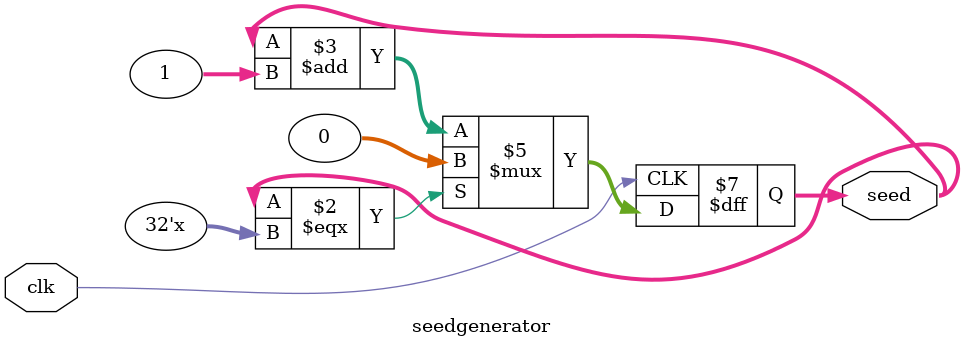
<source format=sv>
module seedgenerator(
    input logic clk, 
    output logic[31:0] seed
);

always @(posedge clk) begin
    if (seed === 32'bxxxxxxxxxxxxxxxxxxxxxxxxxxxxxxxx) begin
        seed <= 32'd0;
    end else begin
        seed <= seed + 1;
    end
end
    
endmodule
</source>
